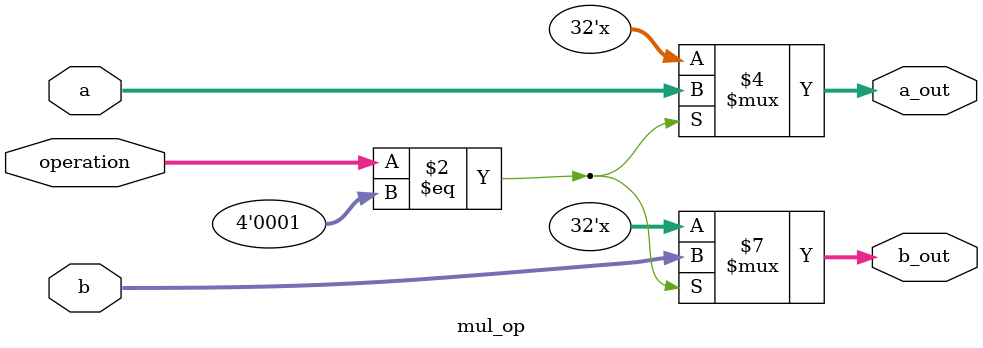
<source format=v>
`timescale 1ns / 1ps


module mul_op(
    input [31:0] a,b,
    input [3:0] operation,
    output reg[31:0] a_out,b_out
    );
    
    always @(*) begin
        if(operation == 4'd1) begin
            a_out <= a;
            b_out <= b;
        end
        else {a_out,b_out} <= 64'dz;
    end
endmodule

</source>
